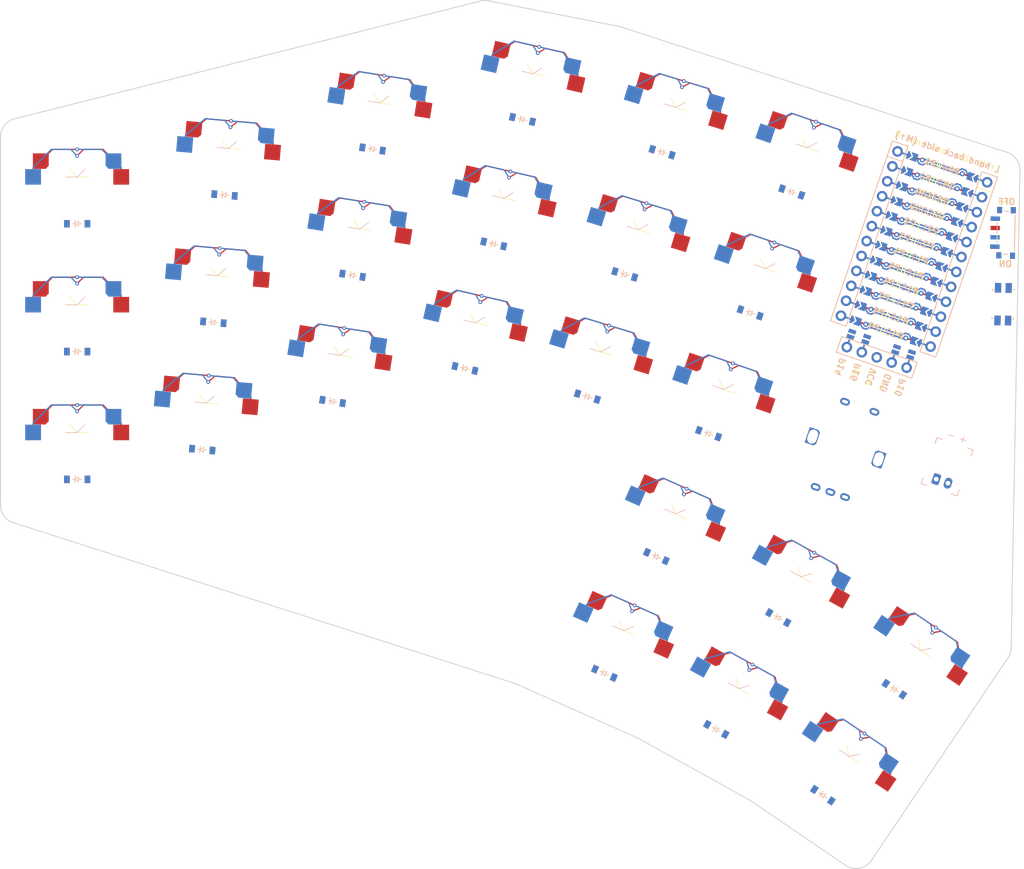
<source format=kicad_pcb>
(kicad_pcb (version 20171130) (host pcbnew 5.1.6)
  (title_block (title "keyboard") (rev "v1.0.0") (company "Unknown"))
  (layers (0 F.Cu signal) (31 B.Cu signal) (34 B.Paste user) (35 F.Paste user) (36 B.SilkS user) (37 F.SilkS user) (38 B.Mask user) (39 F.Mask user) (44 Edge.Cuts user))
  (net 0 "")
  (net 1 "left_bottom")
  (net 2 "P7")
  (net 3 "GND")
  (net 4 "D1")
  (net 5 "D2")
  (net 6 "left_middle")
  (net 7 "left_top")
  (net 8 "pinkie_bottom")
  (net 9 "P6")
  (net 10 "pinkie_middle")
  (net 11 "pinkie_top")
  (net 12 "ring_bottom")
  (net 13 "P5")
  (net 14 "ring_middle")
  (net 15 "ring_top")
  (net 16 "middle_bottom")
  (net 17 "P4")
  (net 18 "middle_middle")
  (net 19 "middle_top")
  (net 20 "index_bottom")
  (net 21 "P3")
  (net 22 "index_middle")
  (net 23 "index_top")
  (net 24 "right_bottom")
  (net 25 "P2")
  (net 26 "right_middle")
  (net 27 "right_top")
  (net 28 "P8")
  (net 29 "P9")
  (net 30 "center_top")
  (net 31 "center_bottom")
  (net 32 "P19")
  (net 33 "P20")
  (net 34 "P21")
  (net 35 "RAW")
  (net 36 "RST")
  (net 37 "VCC")
  (net 38 "P18")
  (net 39 "P15")
  (net 40 "P14")
  (net 41 "P16")
  (net 42 "P10")
  (net 43 "P1")
  (net 44 "P0")
  (net 45 "P101")
  (net 46 "P102")
  (net 47 "P107")
  (net 48 "MCU1_24")
  (net 49 "MCU1_1")
  (net 50 "MCU1_23")
  (net 51 "MCU1_2")
  (net 52 "MCU1_22")
  (net 53 "MCU1_3")
  (net 54 "MCU1_21")
  (net 55 "MCU1_4")
  (net 56 "MCU1_20")
  (net 57 "MCU1_5")
  (net 58 "MCU1_19")
  (net 59 "MCU1_6")
  (net 60 "MCU1_18")
  (net 61 "MCU1_7")
  (net 62 "MCU1_17")
  (net 63 "MCU1_8")
  (net 64 "MCU1_16")
  (net 65 "MCU1_9")
  (net 66 "MCU1_15")
  (net 67 "MCU1_10")
  (net 68 "MCU1_14")
  (net 69 "MCU1_11")
  (net 70 "MCU1_13")
  (net 71 "MCU1_12")
  (net 72 "DISP1_1")
  (net 73 "DISP1_2")
  (net 74 "DISP1_4")
  (net 75 "DISP1_5")
  (net 76 "BAT_P")
  (net 77 "JST1_1")
  (net 78 "JST1_2")
  (footprint "ceoloide:switch_mx" (layer "B.Cu") (at 100 100 0)
    (property "Reference" "S1" hide)
  )
  (segment (start 94.158 94.92) (end 96.037 93.041) (width 0.2) (layer "F.Cu") (net 2))
  (segment (start 96.037 93.041) (end 100 93.041) (width 0.2) (layer "F.Cu") (net 1))
  (via (at 100 93.041) (size 0.6) (drill 0.3) (layers "F.Cu" "B.Cu") (net 1))
  (segment (start 100 93.041) (end 103.963 93.0405) (width 0.2) (layer "B.Cu") (net 1))
  (segment (start 103.963 93.041) (end 105.842 94.92) (width 0.2) (layer "B.Cu") (net 1))
  (segment (start 100 94.07) (end 101.029 93.041) (width 0.2) (layer "F.Cu") (net 2))
  (segment (start 104.166 93.041) (end 107.085 95.96) (width 0.2) (layer "F.Cu") (net 2))
  (segment (start 107.085 95.96) (end 107.085 97.46) (width 0.2) (layer "F.Cu") (net 2))
  (segment (start 101.029 93.041) (end 104.166 93.041) (width 0.2) (layer "F.Cu") (net 2))
  (via (at 100 94.07) (size 0.6) (drill 0.3) (layers "F.Cu" "B.Cu") (net 2))
  (segment (start 95.834 93.041) (end 98.971 93.041) (width 0.2) (layer "B.Cu") (net 2))
  (segment (start 92.915 97.46) (end 92.915 95.96) (width 0.2) (layer "B.Cu") (net 2))
  (segment (start 92.915 95.96) (end 95.834 93.041) (width 0.2) (layer "B.Cu") (net 2))
  (segment (start 98.971 93.041) (end 100 94.07) (width 0.2) (layer "B.Cu") (net 2))
  (footprint "ceoloide:switch_mx" (layer "B.Cu") (at 100 79.45 0)
    (property "Reference" "S2" hide)
  )
  (segment (start 94.158 74.37) (end 96.037 72.491) (width 0.2) (layer "F.Cu") (net 2))
  (segment (start 96.037 72.491) (end 100 72.491) (width 0.2) (layer "F.Cu") (net 6))
  (via (at 100 72.491) (size 0.6) (drill 0.3) (layers "F.Cu" "B.Cu") (net 6))
  (segment (start 100 72.491) (end 103.963 72.4905) (width 0.2) (layer "B.Cu") (net 6))
  (segment (start 103.963 72.491) (end 105.842 74.37) (width 0.2) (layer "B.Cu") (net 6))
  (segment (start 100 73.52000000000001) (end 101.029 72.491) (width 0.2) (layer "F.Cu") (net 2))
  (segment (start 104.166 72.491) (end 107.085 75.41) (width 0.2) (layer "F.Cu") (net 2))
  (segment (start 107.085 75.41) (end 107.085 76.91) (width 0.2) (layer "F.Cu") (net 2))
  (segment (start 101.029 72.491) (end 104.166 72.491) (width 0.2) (layer "F.Cu") (net 2))
  (via (at 100 73.52000000000001) (size 0.6) (drill 0.3) (layers "F.Cu" "B.Cu") (net 2))
  (segment (start 95.834 72.491) (end 98.971 72.491) (width 0.2) (layer "B.Cu") (net 2))
  (segment (start 92.915 76.91) (end 92.915 75.41) (width 0.2) (layer "B.Cu") (net 2))
  (segment (start 92.915 75.41) (end 95.834 72.491) (width 0.2) (layer "B.Cu") (net 2))
  (segment (start 98.971 72.491) (end 100 73.52000000000001) (width 0.2) (layer "B.Cu") (net 2))
  (footprint "ceoloide:switch_mx" (layer "B.Cu") (at 100 58.900000000000006 0)
    (property "Reference" "S3" hide)
  )
  (segment (start 94.158 53.82000000000001) (end 96.037 51.941) (width 0.2) (layer "F.Cu") (net 2))
  (segment (start 96.037 51.941) (end 100 51.941) (width 0.2) (layer "F.Cu") (net 7))
  (via (at 100 51.941) (size 0.6) (drill 0.3) (layers "F.Cu" "B.Cu") (net 7))
  (segment (start 100 51.941) (end 103.963 51.94050000000001) (width 0.2) (layer "B.Cu") (net 7))
  (segment (start 103.963 51.941) (end 105.842 53.82000000000001) (width 0.2) (layer "B.Cu") (net 7))
  (segment (start 100 52.970000000000006) (end 101.029 51.941) (width 0.2) (layer "F.Cu") (net 2))
  (segment (start 104.166 51.941) (end 107.085 54.86000000000001) (width 0.2) (layer "F.Cu") (net 2))
  (segment (start 107.085 54.86000000000001) (end 107.085 56.36000000000001) (width 0.2) (layer "F.Cu") (net 2))
  (segment (start 101.029 51.941) (end 104.166 51.941) (width 0.2) (layer "F.Cu") (net 2))
  (via (at 100 52.970000000000006) (size 0.6) (drill 0.3) (layers "F.Cu" "B.Cu") (net 2))
  (segment (start 95.834 51.941) (end 98.971 51.941) (width 0.2) (layer "B.Cu") (net 2))
  (segment (start 92.915 56.36000000000001) (end 92.915 54.86000000000001) (width 0.2) (layer "B.Cu") (net 2))
  (segment (start 92.915 54.86000000000001) (end 95.834 51.941) (width 0.2) (layer "B.Cu") (net 2))
  (segment (start 98.971 51.941) (end 100 52.970000000000006) (width 0.2) (layer "B.Cu") (net 2))
  (footprint "ceoloide:switch_mx" (layer "B.Cu") (at 120.55 95.2375 -5)
    (property "Reference" "S4" hide)
  )
  (segment (start 115.1729817 89.6676671) (end 117.2085972 87.9595829) (width 0.2) (layer "F.Cu") (net 9))
  (segment (start 117.2085972 87.9595829) (end 121.15651679999999 88.30498109999999) (width 0.2) (layer "F.Cu") (net 8))
  (via (at 121.15651679999999 88.30498109999999) (size 0.6) (drill 0.3) (layers "F.Cu" "B.Cu") (net 8))
  (segment (start 121.15651679999999 88.30498109999999) (end 125.10448 88.6498812) (width 0.2) (layer "B.Cu") (net 8))
  (segment (start 125.1044364 88.6503793) (end 126.8125206 90.6859948) (width 0.2) (layer "B.Cu") (net 8))
  (segment (start 121.0668336 89.3300654) (end 122.1816012 88.3946644) (width 0.2) (layer "F.Cu") (net 9))
  (segment (start 125.3066639 88.6680719) (end 127.9601486 91.8303719) (width 0.2) (layer "F.Cu") (net 9))
  (segment (start 127.9601486 91.8303719) (end 127.829415 93.32466389999999) (width 0.2) (layer "F.Cu") (net 9))
  (segment (start 122.1816012 88.3946644) (end 125.3066639 88.6680719) (width 0.2) (layer "F.Cu") (net 9))
  (via (at 121.0668336 89.3300654) (size 0.6) (drill 0.3) (layers "F.Cu" "B.Cu") (net 9))
  (segment (start 117.0063697 87.9418903) (end 120.1314325 88.2152978) (width 0.2) (layer "B.Cu") (net 9))
  (segment (start 113.7133362 92.08966699999999) (end 113.8440698 90.59537499999999) (width 0.2) (layer "B.Cu") (net 9))
  (segment (start 113.8440698 90.59537499999999) (end 117.0063697 87.9418903) (width 0.2) (layer "B.Cu") (net 9))
  (segment (start 120.1314325 88.2152978) (end 121.0668336 89.3300654) (width 0.2) (layer "B.Cu") (net 9))
  (footprint "ceoloide:switch_mx" (layer "B.Cu") (at 122.3410505 74.765699 -5)
    (property "Reference" "S5" hide)
  )
  (segment (start 116.96403219999999 69.1958661) (end 118.9996477 67.4877819) (width 0.2) (layer "F.Cu") (net 9))
  (segment (start 118.9996477 67.4877819) (end 122.94756729999999 67.83318009999999) (width 0.2) (layer "F.Cu") (net 10))
  (via (at 122.94756729999999 67.83318009999999) (size 0.6) (drill 0.3) (layers "F.Cu" "B.Cu") (net 10))
  (segment (start 122.94756729999999 67.83318009999999) (end 126.89553049999999 68.1780802) (width 0.2) (layer "B.Cu") (net 10))
  (segment (start 126.8954869 68.1785783) (end 128.60357109999998 70.2141938) (width 0.2) (layer "B.Cu") (net 10))
  (segment (start 122.85788409999999 68.8582644) (end 123.9726517 67.9228634) (width 0.2) (layer "F.Cu") (net 9))
  (segment (start 127.0977144 68.1962709) (end 129.7511991 71.3585709) (width 0.2) (layer "F.Cu") (net 9))
  (segment (start 129.7511991 71.3585709) (end 129.6204655 72.85286289999999) (width 0.2) (layer "F.Cu") (net 9))
  (segment (start 123.9726517 67.9228634) (end 127.0977144 68.1962709) (width 0.2) (layer "F.Cu") (net 9))
  (via (at 122.85788409999999 68.8582644) (size 0.6) (drill 0.3) (layers "F.Cu" "B.Cu") (net 9))
  (segment (start 118.79742019999999 67.4700893) (end 121.922483 67.7434968) (width 0.2) (layer "B.Cu") (net 9))
  (segment (start 115.5043867 71.61786599999999) (end 115.6351203 70.12357399999999) (width 0.2) (layer "B.Cu") (net 9))
  (segment (start 115.6351203 70.12357399999999) (end 118.79742019999999 67.4700893) (width 0.2) (layer "B.Cu") (net 9))
  (segment (start 121.922483 67.7434968) (end 122.85788409999999 68.8582644) (width 0.2) (layer "B.Cu") (net 9))
  (footprint "ceoloide:switch_mx" (layer "B.Cu") (at 124.13210099999999 54.293898 -5)
    (property "Reference" "S6" hide)
  )
  (segment (start 118.75508269999999 48.7240651) (end 120.7906982 47.0159809) (width 0.2) (layer "F.Cu") (net 9))
  (segment (start 120.7906982 47.0159809) (end 124.73861779999999 47.3613791) (width 0.2) (layer "F.Cu") (net 11))
  (via (at 124.73861779999999 47.3613791) (size 0.6) (drill 0.3) (layers "F.Cu" "B.Cu") (net 11))
  (segment (start 124.73861779999999 47.3613791) (end 128.686581 47.7062792) (width 0.2) (layer "B.Cu") (net 11))
  (segment (start 128.6865374 47.7067773) (end 130.3946216 49.7423928) (width 0.2) (layer "B.Cu") (net 11))
  (segment (start 124.64893459999999 48.3864634) (end 125.7637022 47.4510624) (width 0.2) (layer "F.Cu") (net 9))
  (segment (start 128.88876489999998 47.7244699) (end 131.5422496 50.8867699) (width 0.2) (layer "F.Cu") (net 9))
  (segment (start 131.5422496 50.8867699) (end 131.411516 52.3810619) (width 0.2) (layer "F.Cu") (net 9))
  (segment (start 125.7637022 47.4510624) (end 128.88876489999998 47.7244699) (width 0.2) (layer "F.Cu") (net 9))
  (via (at 124.64893459999999 48.3864634) (size 0.6) (drill 0.3) (layers "F.Cu" "B.Cu") (net 9))
  (segment (start 120.58847069999999 46.9982883) (end 123.7135335 47.271695799999996) (width 0.2) (layer "B.Cu") (net 9))
  (segment (start 117.2954372 51.146065) (end 117.4261708 49.651773) (width 0.2) (layer "B.Cu") (net 9))
  (segment (start 117.4261708 49.651773) (end 120.58847069999999 46.9982883) (width 0.2) (layer "B.Cu") (net 9))
  (segment (start 123.7135335 47.271695799999996) (end 124.64893459999999 48.3864634) (width 0.2) (layer "B.Cu") (net 9))
  (footprint "ceoloide:switch_mx" (layer "B.Cu") (at 141.8519595 87.539796 -9)
    (property "Reference" "S7" hide)
  )
  (segment (start 136.8765713 81.6084491) (end 139.026378 80.0465231) (width 0.2) (layer "F.Cu") (net 13))
  (segment (start 139.026378 80.0465231) (end 142.9405869 80.6664728) (width 0.2) (layer "F.Cu") (net 12))
  (via (at 142.9405869 80.6664728) (size 0.6) (drill 0.3) (layers "F.Cu" "B.Cu") (net 12))
  (segment (start 142.9405869 80.6664728) (end 146.8548741 81.2859288) (width 0.2) (layer "B.Cu") (net 12))
  (segment (start 146.8547958 81.2864226) (end 148.4167219 83.4362294) (width 0.2) (layer "B.Cu") (net 12))
  (segment (start 142.77961589999998 81.6828041) (end 143.9569182 80.82744389999999) (width 0.2) (layer "F.Cu") (net 13))
  (segment (start 147.0552966 81.3181788) (end 149.4817266 84.65787329999999) (width 0.2) (layer "F.Cu") (net 13))
  (segment (start 149.4817266 84.65787329999999) (end 149.2470749 86.13940579999999) (width 0.2) (layer "F.Cu") (net 13))
  (segment (start 143.9569182 80.82744389999999) (end 147.0552966 81.3181788) (width 0.2) (layer "F.Cu") (net 13))
  (via (at 142.77961589999998 81.6828041) (size 0.6) (drill 0.3) (layers "F.Cu" "B.Cu") (net 13))
  (segment (start 138.8258773 80.0147669) (end 141.92425559999998 80.50550179999999) (width 0.2) (layer "B.Cu") (net 13))
  (segment (start 135.2515311 83.9227294) (end 135.4861828 82.4411969) (width 0.2) (layer "B.Cu") (net 13))
  (segment (start 135.4861828 82.4411969) (end 138.8258773 80.0147669) (width 0.2) (layer "B.Cu") (net 13))
  (segment (start 141.92425559999998 80.50550179999999) (end 142.77961589999998 81.6828041) (width 0.2) (layer "B.Cu") (net 13))
  (footprint "ceoloide:switch_mx" (layer "B.Cu") (at 145.06668779999998 67.2428006 -9)
    (property "Reference" "S8" hide)
  )
  (segment (start 140.09129959999999 61.311453699999994) (end 142.24110629999998 59.749527699999994) (width 0.2) (layer "F.Cu") (net 13))
  (segment (start 142.24110629999998 59.749527699999994) (end 146.1553152 60.369477399999994) (width 0.2) (layer "F.Cu") (net 14))
  (via (at 146.1553152 60.369477399999994) (size 0.6) (drill 0.3) (layers "F.Cu" "B.Cu") (net 14))
  (segment (start 146.1553152 60.369477399999994) (end 150.06960239999998 60.98893339999999) (width 0.2) (layer "B.Cu") (net 14))
  (segment (start 150.0695241 60.989427199999994) (end 151.6314502 63.139233999999995) (width 0.2) (layer "B.Cu") (net 14))
  (segment (start 145.99434419999997 61.3858087) (end 147.17164649999998 60.53044849999999) (width 0.2) (layer "F.Cu") (net 13))
  (segment (start 150.27002489999998 61.0211834) (end 152.6964549 64.36087789999999) (width 0.2) (layer "F.Cu") (net 13))
  (segment (start 152.6964549 64.36087789999999) (end 152.4618032 65.84241039999999) (width 0.2) (layer "F.Cu") (net 13))
  (segment (start 147.17164649999998 60.53044849999999) (end 150.27002489999998 61.0211834) (width 0.2) (layer "F.Cu") (net 13))
  (via (at 145.99434419999997 61.3858087) (size 0.6) (drill 0.3) (layers "F.Cu" "B.Cu") (net 13))
  (segment (start 142.0406056 59.7177715) (end 145.13898389999997 60.2085064) (width 0.2) (layer "B.Cu") (net 13))
  (segment (start 138.46625939999998 63.625733999999994) (end 138.70091109999998 62.144201499999994) (width 0.2) (layer "B.Cu") (net 13))
  (segment (start 138.70091109999998 62.144201499999994) (end 142.0406056 59.7177715) (width 0.2) (layer "B.Cu") (net 13))
  (segment (start 145.13898389999997 60.2085064) (end 145.99434419999997 61.3858087) (width 0.2) (layer "B.Cu") (net 13))
  (footprint "ceoloide:switch_mx" (layer "B.Cu") (at 148.28141609999997 46.945805199999995 -9)
    (property "Reference" "S9" hide)
  )
  (segment (start 143.30602789999998 41.014458299999994) (end 145.45583459999997 39.452532299999994) (width 0.2) (layer "F.Cu") (net 13))
  (segment (start 145.45583459999997 39.452532299999994) (end 149.37004349999998 40.072481999999994) (width 0.2) (layer "F.Cu") (net 15))
  (via (at 149.37004349999998 40.072481999999994) (size 0.6) (drill 0.3) (layers "F.Cu" "B.Cu") (net 15))
  (segment (start 149.37004349999998 40.072481999999994) (end 153.28433069999997 40.69193799999999) (width 0.2) (layer "B.Cu") (net 15))
  (segment (start 153.28425239999999 40.692431799999994) (end 154.84617849999998 42.842238599999995) (width 0.2) (layer "B.Cu") (net 15))
  (segment (start 149.20907249999996 41.0888133) (end 150.38637479999997 40.23345309999999) (width 0.2) (layer "F.Cu") (net 13))
  (segment (start 153.48475319999997 40.724188) (end 155.91118319999998 44.0638825) (width 0.2) (layer "F.Cu") (net 13))
  (segment (start 155.91118319999998 44.0638825) (end 155.67653149999998 45.545415) (width 0.2) (layer "F.Cu") (net 13))
  (segment (start 150.38637479999997 40.23345309999999) (end 153.48475319999997 40.724188) (width 0.2) (layer "F.Cu") (net 13))
  (via (at 149.20907249999996 41.0888133) (size 0.6) (drill 0.3) (layers "F.Cu" "B.Cu") (net 13))
  (segment (start 145.25533389999998 39.4207761) (end 148.35371219999996 39.911511) (width 0.2) (layer "B.Cu") (net 13))
  (segment (start 141.68098769999997 43.328738599999994) (end 141.91563939999998 41.847206099999994) (width 0.2) (layer "B.Cu") (net 13))
  (segment (start 141.91563939999998 41.847206099999994) (end 145.25533389999998 39.4207761) (width 0.2) (layer "B.Cu") (net 13))
  (segment (start 148.35371219999996 39.911511) (end 149.20907249999996 41.0888133) (width 0.2) (layer "B.Cu") (net 13))
  (footprint "ceoloide:switch_mx" (layer "B.Cu") (at 163.4899893 82.287566 -13)
    (property "Reference" "S10" hide)
  )
  (segment (start 158.9404707 76.023602) (end 161.1939951 74.6154437) (width 0.2) (layer "F.Cu") (net 17))
  (segment (start 161.1939951 74.6154437) (end 165.05542369999998 75.5069247) (width 0.2) (layer "F.Cu") (net 16))
  (via (at 165.05542369999998 75.5069247) (size 0.6) (drill 0.3) (layers "F.Cu" "B.Cu") (net 16))
  (segment (start 165.05542369999998 75.5069247) (end 168.9169647 76.3979186) (width 0.2) (layer "B.Cu") (net 16))
  (segment (start 168.9168523 76.3984057) (end 170.32501059999998 78.6519301) (width 0.2) (layer "B.Cu") (net 16))
  (segment (start 164.8239491 76.5095515) (end 166.05805049999998 75.73839939999999) (width 0.2) (layer "F.Cu") (net 17))
  (segment (start 169.1146494 76.44407079999999) (end 171.3022035 79.94488919999999) (width 0.2) (layer "F.Cu") (net 17))
  (segment (start 171.3022035 79.94488919999999) (end 170.9647769 81.4064443) (width 0.2) (layer "F.Cu") (net 17))
  (segment (start 166.05805049999998 75.73839939999999) (end 169.1146494 76.44407079999999) (width 0.2) (layer "F.Cu") (net 17))
  (via (at 164.8239491 76.5095515) (size 0.6) (drill 0.3) (layers "F.Cu" "B.Cu") (net 17))
  (segment (start 160.996198 74.56977859999999) (end 164.0527969 75.2754501) (width 0.2) (layer "B.Cu") (net 17))
  (segment (start 157.1579531 78.2188878) (end 157.4953797 76.75733269999999) (width 0.2) (layer "B.Cu") (net 17))
  (segment (start 157.4953797 76.75733269999999) (end 160.996198 74.56977859999999) (width 0.2) (layer "B.Cu") (net 17))
  (segment (start 164.0527969 75.2754501) (end 164.8239491 76.5095515) (width 0.2) (layer "B.Cu") (net 17))
  (footprint "ceoloide:switch_mx" (layer "B.Cu") (at 168.1127335 62.2642612 -13)
    (property "Reference" "S11" hide)
  )
  (segment (start 163.5632149 56.0002972) (end 165.8167393 54.5921389) (width 0.2) (layer "F.Cu") (net 17))
  (segment (start 165.8167393 54.5921389) (end 169.67816789999998 55.4836199) (width 0.2) (layer "F.Cu") (net 18))
  (via (at 169.67816789999998 55.4836199) (size 0.6) (drill 0.3) (layers "F.Cu" "B.Cu") (net 18))
  (segment (start 169.67816789999998 55.4836199) (end 173.5397089 56.3746138) (width 0.2) (layer "B.Cu") (net 18))
  (segment (start 173.5395965 56.3751009) (end 174.94775479999998 58.6286253) (width 0.2) (layer "B.Cu") (net 18))
  (segment (start 169.4466933 56.4862467) (end 170.68079469999998 55.7150946) (width 0.2) (layer "F.Cu") (net 17))
  (segment (start 173.7373936 56.420766) (end 175.9249477 59.9215844) (width 0.2) (layer "F.Cu") (net 17))
  (segment (start 175.9249477 59.9215844) (end 175.5875211 61.3831395) (width 0.2) (layer "F.Cu") (net 17))
  (segment (start 170.68079469999998 55.7150946) (end 173.7373936 56.420766) (width 0.2) (layer "F.Cu") (net 17))
  (via (at 169.4466933 56.4862467) (size 0.6) (drill 0.3) (layers "F.Cu" "B.Cu") (net 17))
  (segment (start 165.6189422 54.5464738) (end 168.6755411 55.2521453) (width 0.2) (layer "B.Cu") (net 17))
  (segment (start 161.78069729999999 58.195583) (end 162.1181239 56.7340279) (width 0.2) (layer "B.Cu") (net 17))
  (segment (start 162.1181239 56.7340279) (end 165.6189422 54.5464738) (width 0.2) (layer "B.Cu") (net 17))
  (segment (start 168.6755411 55.2521453) (end 169.4466933 56.4862467) (width 0.2) (layer "B.Cu") (net 17))
  (footprint "ceoloide:switch_mx" (layer "B.Cu") (at 172.7354777 42.2409564 -13)
    (property "Reference" "S12" hide)
  )
  (segment (start 168.1859591 35.9769924) (end 170.4394835 34.568834100000004) (width 0.2) (layer "F.Cu") (net 17))
  (segment (start 170.4394835 34.568834100000004) (end 174.30091209999998 35.4603151) (width 0.2) (layer "F.Cu") (net 19))
  (via (at 174.30091209999998 35.4603151) (size 0.6) (drill 0.3) (layers "F.Cu" "B.Cu") (net 19))
  (segment (start 174.30091209999998 35.4603151) (end 178.1624531 36.351309) (width 0.2) (layer "B.Cu") (net 19))
  (segment (start 178.1623407 36.3517961) (end 179.57049899999998 38.605320500000005) (width 0.2) (layer "B.Cu") (net 19))
  (segment (start 174.0694375 36.462941900000004) (end 175.30353889999998 35.6917898) (width 0.2) (layer "F.Cu") (net 17))
  (segment (start 178.3601378 36.3974612) (end 180.5476919 39.8982796) (width 0.2) (layer "F.Cu") (net 17))
  (segment (start 180.5476919 39.8982796) (end 180.2102653 41.3598347) (width 0.2) (layer "F.Cu") (net 17))
  (segment (start 175.30353889999998 35.6917898) (end 178.3601378 36.3974612) (width 0.2) (layer "F.Cu") (net 17))
  (via (at 174.0694375 36.462941900000004) (size 0.6) (drill 0.3) (layers "F.Cu" "B.Cu") (net 17))
  (segment (start 170.2416864 34.523169) (end 173.2982853 35.228840500000004) (width 0.2) (layer "B.Cu") (net 17))
  (segment (start 166.40344149999999 38.1722782) (end 166.7408681 36.7107231) (width 0.2) (layer "B.Cu") (net 17))
  (segment (start 166.7408681 36.7107231) (end 170.2416864 34.523169) (width 0.2) (layer "B.Cu") (net 17))
  (segment (start 173.2982853 35.228840500000004) (end 174.0694375 36.462941900000004) (width 0.2) (layer "B.Cu") (net 17))
  (footprint "ceoloide:switch_mx" (layer "B.Cu") (at 183.5132942 86.9103101 -17)
    (property "Reference" "S13" hide)
  )
  (segment (start 179.4118101 80.3442464) (end 181.7580731 79.0967162) (width 0.2) (layer "F.Cu") (net 21))
  (segment (start 181.7580731 79.0967162) (end 185.54790889999998 80.2553853) (width 0.2) (layer "F.Cu") (net 20))
  (via (at 185.54790889999998 80.2553853) (size 0.6) (drill 0.3) (layers "F.Cu" "B.Cu") (net 20))
  (segment (start 185.54790889999998 80.2553853) (end 189.3378908 81.41357620000001) (width 0.2) (layer "B.Cu") (net 20))
  (segment (start 189.33774459999998 81.4140544) (end 190.58527479999998 83.7603174) (width 0.2) (layer "B.Cu") (net 20))
  (segment (start 185.2470584 81.23942290000001) (end 186.5319465 80.55623580000001) (width 0.2) (layer "F.Cu") (net 21))
  (segment (start 189.5318745 81.47340580000001) (end 191.4698951 85.1182924) (width 0.2) (layer "F.Cu") (net 21))
  (segment (start 191.4698951 85.1182924) (end 191.03133749999998 86.5527495) (width 0.2) (layer "F.Cu") (net 21))
  (segment (start 186.5319465 80.55623580000001) (end 189.5318745 81.47340580000001) (width 0.2) (layer "F.Cu") (net 21))
  (via (at 185.2470584 81.23942290000001) (size 0.6) (drill 0.3) (layers "F.Cu" "B.Cu") (net 21))
  (segment (start 181.56394329999998 79.0373648) (end 184.5638713 79.9545348) (width 0.2) (layer "B.Cu") (net 21))
  (segment (start 177.4804991 82.4098425) (end 177.9190567 80.97538540000001) (width 0.2) (layer "B.Cu") (net 21))
  (segment (start 177.9190567 80.97538540000001) (end 181.56394329999998 79.0373648) (width 0.2) (layer "B.Cu") (net 21))
  (segment (start 184.5638713 79.9545348) (end 185.2470584 81.23942290000001) (width 0.2) (layer "B.Cu") (net 21))
  (footprint "ceoloide:switch_mx" (layer "B.Cu") (at 189.5215327 67.2582474 -17)
    (property "Reference" "S14" hide)
  )
  (segment (start 185.4200486 60.6921837) (end 187.7663116 59.4446535) (width 0.2) (layer "F.Cu") (net 21))
  (segment (start 187.7663116 59.4446535) (end 191.5561474 60.6033226) (width 0.2) (layer "F.Cu") (net 22))
  (via (at 191.5561474 60.6033226) (size 0.6) (drill 0.3) (layers "F.Cu" "B.Cu") (net 22))
  (segment (start 191.5561474 60.6033226) (end 195.3461293 61.7615135) (width 0.2) (layer "B.Cu") (net 22))
  (segment (start 195.34598309999998 61.7619917) (end 196.59351329999998 64.1082547) (width 0.2) (layer "B.Cu") (net 22))
  (segment (start 191.2552969 61.5873602) (end 192.540185 60.9041731) (width 0.2) (layer "F.Cu") (net 21))
  (segment (start 195.540113 61.8213431) (end 197.4781336 65.4662297) (width 0.2) (layer "F.Cu") (net 21))
  (segment (start 197.4781336 65.4662297) (end 197.03957599999998 66.9006868) (width 0.2) (layer "F.Cu") (net 21))
  (segment (start 192.540185 60.9041731) (end 195.540113 61.8213431) (width 0.2) (layer "F.Cu") (net 21))
  (via (at 191.2552969 61.5873602) (size 0.6) (drill 0.3) (layers "F.Cu" "B.Cu") (net 21))
  (segment (start 187.57218179999998 59.385302100000004) (end 190.5721098 60.3024721) (width 0.2) (layer "B.Cu") (net 21))
  (segment (start 183.4887376 62.7577798) (end 183.9272952 61.323322700000006) (width 0.2) (layer "B.Cu") (net 21))
  (segment (start 183.9272952 61.323322700000006) (end 187.57218179999998 59.385302100000004) (width 0.2) (layer "B.Cu") (net 21))
  (segment (start 190.5721098 60.3024721) (end 191.2552969 61.5873602) (width 0.2) (layer "B.Cu") (net 21))
  (footprint "ceoloide:switch_mx" (layer "B.Cu") (at 195.5297712 47.6061847 -17)
    (property "Reference" "S15" hide)
  )
  (segment (start 191.4282871 41.040121) (end 193.7745501 39.7925908) (width 0.2) (layer "F.Cu") (net 21))
  (segment (start 193.7745501 39.7925908) (end 197.5643859 40.9512599) (width 0.2) (layer "F.Cu") (net 23))
  (via (at 197.5643859 40.9512599) (size 0.6) (drill 0.3) (layers "F.Cu" "B.Cu") (net 23))
  (segment (start 197.5643859 40.9512599) (end 201.3543678 42.1094508) (width 0.2) (layer "B.Cu") (net 23))
  (segment (start 201.3542216 42.109929) (end 202.6017518 44.456192) (width 0.2) (layer "B.Cu") (net 23))
  (segment (start 197.2635354 41.9352975) (end 198.5484235 41.2521104) (width 0.2) (layer "F.Cu") (net 21))
  (segment (start 201.5483515 42.1692804) (end 203.4863721 45.814167) (width 0.2) (layer "F.Cu") (net 21))
  (segment (start 203.4863721 45.814167) (end 203.0478145 47.2486241) (width 0.2) (layer "F.Cu") (net 21))
  (segment (start 198.5484235 41.2521104) (end 201.5483515 42.1692804) (width 0.2) (layer "F.Cu") (net 21))
  (via (at 197.2635354 41.9352975) (size 0.6) (drill 0.3) (layers "F.Cu" "B.Cu") (net 21))
  (segment (start 193.5804203 39.7332394) (end 196.5803483 40.6504094) (width 0.2) (layer "B.Cu") (net 21))
  (segment (start 189.4969761 43.1057171) (end 189.9355337 41.671260000000004) (width 0.2) (layer "B.Cu") (net 21))
  (segment (start 189.9355337 41.671260000000004) (end 193.5804203 39.7332394) (width 0.2) (layer "B.Cu") (net 21))
  (segment (start 196.5803483 40.6504094) (end 197.2635354 41.9352975) (width 0.2) (layer "B.Cu") (net 21))
  (footprint "ceoloide:switch_mx" (layer "B.Cu") (at 203.16535689999998 92.9185487 -19)
    (property "Reference" "S16" hide)
  )
  (segment (start 199.29552359999997 86.2133452) (end 201.68389559999997 85.04845830000001) (width 0.2) (layer "F.Cu") (net 25))
  (segment (start 201.68389559999997 85.04845830000001) (end 205.43098569999998 86.3386849) (width 0.2) (layer "F.Cu") (net 24))
  (via (at 205.43098569999998 86.3386849) (size 0.6) (drill 0.3) (layers "F.Cu" "B.Cu") (net 24))
  (segment (start 205.43098569999998 86.3386849) (end 209.1782386 87.6284388) (width 0.2) (layer "B.Cu") (net 24))
  (segment (start 209.1780758 87.6289115) (end 210.34296259999996 90.0172835) (width 0.2) (layer "B.Cu") (net 24))
  (segment (start 205.09597609999997 87.3116235) (end 206.40392429999997 86.6736946) (width 0.2) (layer "F.Cu") (net 25))
  (segment (start 209.3700161 87.69500190000001) (end 211.17965139999998 91.405304) (width 0.2) (layer "F.Cu") (net 25))
  (segment (start 211.17965139999998 91.405304) (end 210.69129909999998 92.82358190000001) (width 0.2) (layer "F.Cu") (net 25))
  (segment (start 206.40392429999997 86.6736946) (end 209.3700161 87.69500190000001) (width 0.2) (layer "F.Cu") (net 25))
  (via (at 205.09597609999997 87.3116235) (size 0.6) (drill 0.3) (layers "F.Cu" "B.Cu") (net 25))
  (segment (start 201.49195529999997 84.98236800000001) (end 204.4580471 86.0036753) (width 0.2) (layer "B.Cu") (net 25))
  (segment (start 197.2933009 88.2102811) (end 197.78165309999997 86.7920033) (width 0.2) (layer "B.Cu") (net 25))
  (segment (start 197.78165309999997 86.7920033) (end 201.49195529999997 84.98236800000001) (width 0.2) (layer "B.Cu") (net 25))
  (segment (start 204.4580471 86.0036753) (end 205.09597609999997 87.3116235) (width 0.2) (layer "B.Cu") (net 25))
  (footprint "ceoloide:switch_mx" (layer "B.Cu") (at 209.85578249999998 73.48814200000001 -19)
    (property "Reference" "S17" hide)
  )
  (segment (start 205.98594919999996 66.78293850000001) (end 208.37432119999997 65.61805160000002) (width 0.2) (layer "F.Cu") (net 25))
  (segment (start 208.37432119999997 65.61805160000002) (end 212.12141129999998 66.90827820000001) (width 0.2) (layer "F.Cu") (net 26))
  (via (at 212.12141129999998 66.90827820000001) (size 0.6) (drill 0.3) (layers "F.Cu" "B.Cu") (net 26))
  (segment (start 212.12141129999998 66.90827820000001) (end 215.86866419999998 68.1980321) (width 0.2) (layer "B.Cu") (net 26))
  (segment (start 215.86850139999999 68.19850480000001) (end 217.03338819999996 70.58687680000001) (width 0.2) (layer "B.Cu") (net 26))
  (segment (start 211.78640169999997 67.8812168) (end 213.09434989999997 67.24328790000001) (width 0.2) (layer "F.Cu") (net 25))
  (segment (start 216.06044169999998 68.26459520000002) (end 217.87007699999998 71.97489730000001) (width 0.2) (layer "F.Cu") (net 25))
  (segment (start 217.87007699999998 71.97489730000001) (end 217.38172469999998 73.39317520000002) (width 0.2) (layer "F.Cu") (net 25))
  (segment (start 213.09434989999997 67.24328790000001) (end 216.06044169999998 68.26459520000002) (width 0.2) (layer "F.Cu") (net 25))
  (via (at 211.78640169999997 67.8812168) (size 0.6) (drill 0.3) (layers "F.Cu" "B.Cu") (net 25))
  (segment (start 208.18238089999997 65.55196130000002) (end 211.14847269999999 66.5732686) (width 0.2) (layer "B.Cu") (net 25))
  (segment (start 203.9837265 68.77987440000001) (end 204.47207869999997 67.36159660000001) (width 0.2) (layer "B.Cu") (net 25))
  (segment (start 204.47207869999997 67.36159660000001) (end 208.18238089999997 65.55196130000002) (width 0.2) (layer "B.Cu") (net 25))
  (segment (start 211.14847269999999 66.5732686) (end 211.78640169999997 67.8812168) (width 0.2) (layer "B.Cu") (net 25))
  (footprint "ceoloide:switch_mx" (layer "B.Cu") (at 216.54620809999997 54.05773530000001 -19)
    (property "Reference" "S18" hide)
  )
  (segment (start 212.67637479999996 47.35253180000001) (end 215.06474679999997 46.18764490000001) (width 0.2) (layer "F.Cu") (net 25))
  (segment (start 215.06474679999997 46.18764490000001) (end 218.81183689999997 47.47787150000001) (width 0.2) (layer "F.Cu") (net 27))
  (via (at 218.81183689999997 47.47787150000001) (size 0.6) (drill 0.3) (layers "F.Cu" "B.Cu") (net 27))
  (segment (start 218.81183689999997 47.47787150000001) (end 222.55908979999998 48.767625400000014) (width 0.2) (layer "B.Cu") (net 27))
  (segment (start 222.55892699999998 48.76809810000001) (end 223.72381379999996 51.156470100000014) (width 0.2) (layer "B.Cu") (net 27))
  (segment (start 218.47682729999997 48.45081010000001) (end 219.78477549999997 47.812881200000014) (width 0.2) (layer "F.Cu") (net 25))
  (segment (start 222.75086729999998 48.83418850000001) (end 224.56050259999998 52.54449060000001) (width 0.2) (layer "F.Cu") (net 25))
  (segment (start 224.56050259999998 52.54449060000001) (end 224.07215029999998 53.96276850000001) (width 0.2) (layer "F.Cu") (net 25))
  (segment (start 219.78477549999997 47.812881200000014) (end 222.75086729999998 48.83418850000001) (width 0.2) (layer "F.Cu") (net 25))
  (via (at 218.47682729999997 48.45081010000001) (size 0.6) (drill 0.3) (layers "F.Cu" "B.Cu") (net 25))
  (segment (start 214.87280649999997 46.12155460000001) (end 217.83889829999998 47.142861900000014) (width 0.2) (layer "B.Cu") (net 25))
  (segment (start 210.6741521 49.34946770000001) (end 211.16250429999997 47.931189900000014) (width 0.2) (layer "B.Cu") (net 25))
  (segment (start 211.16250429999997 47.931189900000014) (end 214.87280649999997 46.12155460000001) (width 0.2) (layer "B.Cu") (net 25))
  (segment (start 217.83889829999998 47.142861900000014) (end 218.47682729999997 48.45081010000001) (width 0.2) (layer "B.Cu") (net 25))
  (footprint "ceoloide:switch_mx" (layer "B.Cu") (at 186.81897619999998 131.6149212 -24)
    (property "Reference" "S19" hide)
  )
  (segment (start 183.54826579999997 124.5979548) (end 186.02907589999998 123.645661) (width 0.2) (layer "F.Cu") (net 28))
  (segment (start 186.02907589999998 123.645661) (end 189.64945649999999 125.2575584) (width 0.2) (layer "F.Cu") (net 7))
  (via (at 189.64945649999999 125.2575584) (size 0.6) (drill 0.3) (layers "F.Cu" "B.Cu") (net 7))
  (segment (start 189.64945649999999 125.2575584) (end 193.2700405 126.8689989) (width 0.2) (layer "B.Cu") (net 7))
  (segment (start 193.2698371 126.8694557) (end 194.22213089999997 129.3502657) (width 0.2) (layer "B.Cu") (net 7))
  (segment (start 189.2309245 126.1975966) (end 190.58949479999998 125.67609039999999) (width 0.2) (layer "F.Cu") (net 28))
  (segment (start 193.45528689999998 126.9520232) (end 194.9346618 130.8059267) (width 0.2) (layer "F.Cu") (net 28))
  (segment (start 194.9346618 130.8059267) (end 194.32455679999998 132.1762449) (width 0.2) (layer "F.Cu") (net 28))
  (segment (start 190.58949479999998 125.67609039999999) (end 193.45528689999998 126.9520232) (width 0.2) (layer "F.Cu") (net 28))
  (via (at 189.2309245 126.1975966) (size 0.6) (drill 0.3) (layers "F.Cu" "B.Cu") (net 28))
  (segment (start 185.8436261 123.5630935) (end 188.7094182 124.8390264) (width 0.2) (layer "B.Cu") (net 28))
  (segment (start 181.37961769999998 126.4127866) (end 181.9897227 125.0424684) (width 0.2) (layer "B.Cu") (net 28))
  (segment (start 181.9897227 125.0424684) (end 185.8436261 123.5630935) (width 0.2) (layer "B.Cu") (net 28))
  (segment (start 188.7094182 124.8390264) (end 189.2309245 126.1975966) (width 0.2) (layer "B.Cu") (net 28))
  (footprint "ceoloide:switch_mx" (layer "B.Cu") (at 195.1774142 112.841562 -24)
    (property "Reference" "S20" hide)
  )
  (segment (start 191.90670379999997 105.8245956) (end 194.3875139 104.8723018) (width 0.2) (layer "F.Cu") (net 29))
  (segment (start 194.3875139 104.8723018) (end 198.0078945 106.48419919999999) (width 0.2) (layer "F.Cu") (net 1))
  (via (at 198.0078945 106.48419919999999) (size 0.6) (drill 0.3) (layers "F.Cu" "B.Cu") (net 1))
  (segment (start 198.0078945 106.48419919999999) (end 201.6284785 108.09563969999999) (width 0.2) (layer "B.Cu") (net 1))
  (segment (start 201.6282751 108.0960965) (end 202.58056889999997 110.57690649999999) (width 0.2) (layer "B.Cu") (net 1))
  (segment (start 197.5893625 107.4242374) (end 198.9479328 106.90273119999999) (width 0.2) (layer "F.Cu") (net 29))
  (segment (start 201.81372489999998 108.178664) (end 203.2930998 112.0325675) (width 0.2) (layer "F.Cu") (net 29))
  (segment (start 203.2930998 112.0325675) (end 202.6829948 113.4028857) (width 0.2) (layer "F.Cu") (net 29))
  (segment (start 198.9479328 106.90273119999999) (end 201.81372489999998 108.178664) (width 0.2) (layer "F.Cu") (net 29))
  (via (at 197.5893625 107.4242374) (size 0.6) (drill 0.3) (layers "F.Cu" "B.Cu") (net 29))
  (segment (start 194.20206409999997 104.78973429999999) (end 197.0678562 106.0656672) (width 0.2) (layer "B.Cu") (net 29))
  (segment (start 189.7380557 107.6394274) (end 190.3481607 106.2691092) (width 0.2) (layer "B.Cu") (net 29))
  (segment (start 190.3481607 106.2691092) (end 194.20206409999997 104.78973429999999) (width 0.2) (layer "B.Cu") (net 29))
  (segment (start 197.0678562 106.0656672) (end 197.5893625 107.4242374) (width 0.2) (layer "B.Cu") (net 29))
  (footprint "ceoloide:switch_mx" (layer "B.Cu") (at 205.20491869999998 140.8435113 -29)
    (property "Reference" "S21" hide)
  )
  (segment (start 202.5582232 133.56818539999998) (end 205.1125909 132.8357322) (width 0.2) (layer "F.Cu") (net 28))
  (segment (start 205.1125909 132.8357322) (end 208.5787088 134.7570328) (width 0.2) (layer "F.Cu") (net 30))
  (via (at 208.5787088 134.7570328) (size 0.6) (drill 0.3) (layers "F.Cu" "B.Cu") (net 30))
  (segment (start 208.5787088 134.7570328) (end 212.04506919999997 136.67789599999998) (width 0.2) (layer "B.Cu") (net 30))
  (segment (start 212.0448267 136.6783333) (end 212.77727989999997 139.232701) (width 0.2) (layer "B.Cu") (net 30))
  (segment (start 208.07983969999998 135.65701639999997) (end 209.47869249999997 135.2559019) (width 0.2) (layer "F.Cu") (net 28))
  (segment (start 212.22237449999997 136.7767496) (end 213.3602302 140.74492379999998) (width 0.2) (layer "F.Cu") (net 28))
  (segment (start 213.3602302 140.74492379999998) (end 212.63301579999998 142.0568534) (width 0.2) (layer "F.Cu") (net 28))
  (segment (start 209.47869249999997 135.2559019) (end 212.22237449999997 136.7767496) (width 0.2) (layer "F.Cu") (net 28))
  (via (at 208.07983969999998 135.65701639999997) (size 0.6) (drill 0.3) (layers "F.Cu" "B.Cu") (net 28))
  (segment (start 204.93504309999997 132.7373159) (end 207.67872519999997 134.25816369999998) (width 0.2) (layer "B.Cu") (net 28))
  (segment (start 200.23965449999997 135.18710109999998) (end 200.96686889999998 133.8751715) (width 0.2) (layer "B.Cu") (net 28))
  (segment (start 200.96686889999998 133.8751715) (end 204.93504309999997 132.7373159) (width 0.2) (layer "B.Cu") (net 28))
  (segment (start 207.67872519999997 134.25816369999998) (end 208.07983969999998 135.65701639999997) (width 0.2) (layer "B.Cu") (net 28))
  (footprint "ceoloide:switch_mx" (layer "B.Cu") (at 215.16775639999997 122.8700763 -29)
    (property "Reference" "S22" hide)
  )
  (segment (start 212.52106089999998 115.5947504) (end 215.07542859999998 114.8622972) (width 0.2) (layer "F.Cu") (net 29))
  (segment (start 215.07542859999998 114.8622972) (end 218.54154649999998 116.7835978) (width 0.2) (layer "F.Cu") (net 31))
  (via (at 218.54154649999998 116.7835978) (size 0.6) (drill 0.3) (layers "F.Cu" "B.Cu") (net 31))
  (segment (start 218.54154649999998 116.7835978) (end 222.00790689999997 118.704461) (width 0.2) (layer "B.Cu") (net 31))
  (segment (start 222.00766439999998 118.7048983) (end 222.74011759999996 121.259266) (width 0.2) (layer "B.Cu") (net 31))
  (segment (start 218.04267739999997 117.6835814) (end 219.44153019999996 117.28246689999999) (width 0.2) (layer "F.Cu") (net 29))
  (segment (start 222.18521219999997 118.8033146) (end 223.32306789999998 122.7714888) (width 0.2) (layer "F.Cu") (net 29))
  (segment (start 223.32306789999998 122.7714888) (end 222.59585349999998 124.0834184) (width 0.2) (layer "F.Cu") (net 29))
  (segment (start 219.44153019999996 117.28246689999999) (end 222.18521219999997 118.8033146) (width 0.2) (layer "F.Cu") (net 29))
  (via (at 218.04267739999997 117.6835814) (size 0.6) (drill 0.3) (layers "F.Cu" "B.Cu") (net 29))
  (segment (start 214.89788079999997 114.76388089999999) (end 217.64156289999997 116.28472869999999) (width 0.2) (layer "B.Cu") (net 29))
  (segment (start 210.20249219999997 117.2136661) (end 210.92970659999997 115.9017365) (width 0.2) (layer "B.Cu") (net 29))
  (segment (start 210.92970659999997 115.9017365) (end 214.89788079999997 114.76388089999999) (width 0.2) (layer "B.Cu") (net 29))
  (segment (start 217.64156289999997 116.28472869999999) (end 218.04267739999997 117.6835814) (width 0.2) (layer "B.Cu") (net 29))
  (footprint "ceoloide:switch_mx" (layer "B.Cu") (at 222.71657249999998 151.63942419999998 -34)
    (property "Reference" "S23" hide)
  )
  (segment (start 220.714035 144.1611084) (end 223.32252 143.65407029999997) (width 0.2) (layer "F.Cu") (net 28))
  (segment (start 223.32252 143.65407029999997) (end 226.6079959 145.87015169999998) (width 0.2) (layer "F.Cu") (net 27))
  (via (at 226.6079959 145.87015169999998) (size 0.6) (drill 0.3) (layers "F.Cu" "B.Cu") (net 27))
  (segment (start 226.6079959 145.87015169999998) (end 229.89375139999999 148.08581869999998) (width 0.2) (layer "B.Cu") (net 27))
  (segment (start 229.8934718 148.08623319999998) (end 230.40050989999997 150.69471829999998) (width 0.2) (layer "B.Cu") (net 27))
  (segment (start 226.03258639999999 146.72323139999997) (end 227.4610756 146.4455612) (width 0.2) (layer "F.Cu") (net 28))
  (segment (start 230.06176639999998 148.19974939999997) (end 230.84944299999998 152.2519941) (width 0.2) (layer "F.Cu") (net 28))
  (segment (start 230.84944299999998 152.2519941) (end 230.01065369999998 153.49555049999998) (width 0.2) (layer "F.Cu") (net 28))
  (segment (start 227.4610756 146.4455612) (end 230.06176639999998 148.19974939999997) (width 0.2) (layer "F.Cu") (net 28))
  (via (at 226.03258639999999 146.72323139999997) (size 0.6) (drill 0.3) (layers "F.Cu" "B.Cu") (net 28))
  (segment (start 223.15422539999997 143.54055409999998) (end 225.7549163 145.29474219999997) (width 0.2) (layer "B.Cu") (net 28))
  (segment (start 218.2631913 145.57178699999997) (end 219.1019806 144.32823069999998) (width 0.2) (layer "B.Cu") (net 28))
  (segment (start 219.1019806 144.32823069999998) (end 223.15422539999997 143.54055409999998) (width 0.2) (layer "B.Cu") (net 28))
  (segment (start 225.7549163 145.29474219999997) (end 226.03258639999999 146.72323139999997) (width 0.2) (layer "B.Cu") (net 28))
  (footprint "ceoloide:switch_mx" (layer "B.Cu") (at 234.2079867 134.6027021 -34)
    (property "Reference" "S24" hide)
  )
  (segment (start 232.2054492 127.12438629999998) (end 234.8139342 126.61734819999998) (width 0.2) (layer "F.Cu") (net 29))
  (segment (start 234.8139342 126.61734819999998) (end 238.0994101 128.8334296) (width 0.2) (layer "F.Cu") (net 24))
  (via (at 238.0994101 128.8334296) (size 0.6) (drill 0.3) (layers "F.Cu" "B.Cu") (net 24))
  (segment (start 238.0994101 128.8334296) (end 241.3851656 131.04909659999998) (width 0.2) (layer "B.Cu") (net 24))
  (segment (start 241.384886 131.0495111) (end 241.89192409999998 133.65799619999999) (width 0.2) (layer "B.Cu") (net 24))
  (segment (start 237.5240006 129.68650929999998) (end 238.9524898 129.4088391) (width 0.2) (layer "F.Cu") (net 29))
  (segment (start 241.5531806 131.16302729999998) (end 242.3408572 135.215272) (width 0.2) (layer "F.Cu") (net 29))
  (segment (start 242.3408572 135.215272) (end 241.5020679 136.4588284) (width 0.2) (layer "F.Cu") (net 29))
  (segment (start 238.9524898 129.4088391) (end 241.5531806 131.16302729999998) (width 0.2) (layer "F.Cu") (net 29))
  (via (at 237.5240006 129.68650929999998) (size 0.6) (drill 0.3) (layers "F.Cu" "B.Cu") (net 29))
  (segment (start 234.64563959999998 126.50383199999999) (end 237.2463305 128.25802009999998) (width 0.2) (layer "B.Cu") (net 29))
  (segment (start 229.7546055 128.53506489999998) (end 230.5933948 127.29150859999999) (width 0.2) (layer "B.Cu") (net 29))
  (segment (start 230.5933948 127.29150859999999) (end 234.64563959999998 126.50383199999999) (width 0.2) (layer "B.Cu") (net 29))
  (segment (start 237.2463305 128.25802009999998) (end 237.5240006 129.68650929999998) (width 0.2) (layer "B.Cu") (net 29))
  (footprint "ceoloide:diode_tht_sod123" (layer "F.Cu") (at 100 105 0)
    (property "Reference" "D1" hide)
  )
  (footprint "ceoloide:diode_tht_sod123" (layer "F.Cu") (at 100 84.45 0)
    (property "Reference" "D2" hide)
  )
  (footprint "ceoloide:diode_tht_sod123" (layer "F.Cu") (at 100 63.900000000000006 0)
    (property "Reference" "D3" hide)
  )
  (footprint "ceoloide:diode_tht_sod123" (layer "F.Cu") (at 120.1142213 100.2184735 -5)
    (property "Reference" "D4" hide)
  )
  (footprint "ceoloide:diode_tht_sod123" (layer "F.Cu") (at 121.9052718 79.7466725 -5)
    (property "Reference" "D5" hide)
  )
  (footprint "ceoloide:diode_tht_sod123" (layer "F.Cu") (at 123.69632229999999 59.274871499999996 -5)
    (property "Reference" "D6" hide)
  )
  (footprint "ceoloide:diode_tht_sod123" (layer "F.Cu") (at 141.06978719999998 92.4782377 -9)
    (property "Reference" "D7" hide)
  )
  (footprint "ceoloide:diode_tht_sod123" (layer "F.Cu") (at 144.28451549999997 72.1812423 -9)
    (property "Reference" "D8" hide)
  )
  (footprint "ceoloide:diode_tht_sod123" (layer "F.Cu") (at 147.49924379999996 51.884246899999994 -9)
    (property "Reference" "D9" hide)
  )
  (footprint "ceoloide:diode_tht_sod123" (layer "F.Cu") (at 162.365234 87.1594163 -13)
    (property "Reference" "D10" hide)
  )
  (footprint "ceoloide:diode_tht_sod123" (layer "F.Cu") (at 166.9879782 67.1361115 -13)
    (property "Reference" "D11" hide)
  )
  (footprint "ceoloide:diode_tht_sod123" (layer "F.Cu") (at 171.6107224 47.1128067 -13)
    (property "Reference" "D12" hide)
  )
  (footprint "ceoloide:diode_tht_sod123" (layer "F.Cu") (at 182.05143569999998 91.6918339 -17)
    (property "Reference" "D13" hide)
  )
  (footprint "ceoloide:diode_tht_sod123" (layer "F.Cu") (at 188.0596742 72.0397712 -17)
    (property "Reference" "D14" hide)
  )
  (footprint "ceoloide:diode_tht_sod123" (layer "F.Cu") (at 194.0679127 52.3877085 -17)
    (property "Reference" "D15" hide)
  )
  (footprint "ceoloide:diode_tht_sod123" (layer "F.Cu") (at 201.53751609999998 97.6461416 -19)
    (property "Reference" "D16" hide)
  )
  (footprint "ceoloide:diode_tht_sod123" (layer "F.Cu") (at 208.22794169999997 78.21573490000002 -19)
    (property "Reference" "D17" hide)
  )
  (footprint "ceoloide:diode_tht_sod123" (layer "F.Cu") (at 214.91836729999997 58.78532820000001 -19)
    (property "Reference" "D18" hide)
  )
  (footprint "ceoloide:diode_tht_sod123" (layer "F.Cu") (at 184.78529299999997 136.1826485 -24)
    (property "Reference" "D19" hide)
  )
  (footprint "ceoloide:diode_tht_sod123" (layer "F.Cu") (at 193.14373099999997 117.4092893 -24)
    (property "Reference" "D20" hide)
  )
  (footprint "ceoloide:diode_tht_sod123" (layer "F.Cu") (at 202.7808706 145.2166098 -29)
    (property "Reference" "D21" hide)
  )
  (footprint "ceoloide:diode_tht_sod123" (layer "F.Cu") (at 212.74370829999998 127.24317479999999 -29)
    (property "Reference" "D22" hide)
  )
  (footprint "ceoloide:diode_tht_sod123" (layer "F.Cu") (at 219.920608 155.78461209999998 -34)
    (property "Reference" "D23" hide)
  )
  (footprint "ceoloide:diode_tht_sod123" (layer "F.Cu") (at 231.4120222 138.74788999999998 -34)
    (property "Reference" "D24" hide)
  )
  (footprint "ceoloide:mcu_nice_nano" (layer "F.Cu") (at 234.99472619999997 66.7557936 -19)
    (property "Reference" "MCU1" hide)
  )
  (segment (start 243.64429299999998 56.30229560000001) (end 242.34420489999997 55.8546394) (width 0.25) (layer "F.Cu"))
  (segment (start 234.61459059999999 53.193119800000005) (end 235.91467859999997 53.640776) (width 0.25) (layer "F.Cu"))
  (segment (start 231.92459019999998 52.2668784) (end 233.92908959999997 52.9570828) (width 0.25) (layer "F.Cu"))
  (segment (start 231.92459019999998 52.2668784) (end 233.92908959999997 52.9570828) (width 0.25) (layer "B.Cu"))
  (segment (start 244.32979389999997 56.5383325) (end 246.33429329999998 57.228537) (width 0.25) (layer "F.Cu"))
  (segment (start 246.33429329999998 57.228537) (end 244.32979389999997 56.5383325) (width 0.25) (layer "B.Cu"))
  (segment (start 236.59177359999998 54.1171712) (end 242.05185499999996 55.99722800000001) (width 0.25) (layer "B.Cu"))
  (segment (start 234.61459059999999 53.193119800000005) (end 234.94523369999996 53.306969300000006) (width 0.25) (layer "B.Cu"))
  (segment (start 235.39469769999997 54.2285072) (end 235.96258559999998 54.424046700000005) (width 0.25) (layer "B.Cu"))
  (segment (start 234.94523369999996 53.306969300000006) (end 235.39469769999997 54.2285072) (width 0.25) (layer "B.Cu"))
  (segment (start 235.96258559999998 54.424046700000005) (end 236.59177359999998 54.1171712) (width 0.25) (layer "B.Cu"))
  (segment (start 243.64429299999998 56.30229560000001) (end 243.31364979999998 56.18844610000001) (width 0.25) (layer "B.Cu"))
  (segment (start 241.65439909999998 55.384443700000006) (end 236.19431769999997 53.5043869) (width 0.25) (layer "B.Cu"))
  (segment (start 243.31364979999998 56.18844610000001) (end 242.86418579999997 55.2669082) (width 0.25) (layer "B.Cu"))
  (segment (start 242.86418579999997 55.2669082) (end 242.29629789999998 55.07136870000001) (width 0.25) (layer "B.Cu"))
  (segment (start 242.29629789999998 55.07136870000001) (end 241.65439909999998 55.384443700000006) (width 0.25) (layer "B.Cu"))
  (segment (start 242.8173498 58.703912800000005) (end 241.51726179999997 58.2562566) (width 0.25) (layer "F.Cu"))
  (segment (start 233.78764749999996 55.5947369) (end 235.08773549999998 56.042393100000005) (width 0.25) (layer "F.Cu"))
  (segment (start 231.09764709999996 54.668495500000006) (end 233.10214649999998 55.358700000000006) (width 0.25) (layer "F.Cu"))
  (segment (start 231.09764709999996 54.668495500000006) (end 233.10214649999998 55.358700000000006) (width 0.25) (layer "B.Cu"))
  (segment (start 243.50285079999998 58.93994970000001) (end 245.50735019999996 59.63015420000001) (width 0.25) (layer "F.Cu"))
  (segment (start 245.50735019999996 59.63015420000001) (end 243.50285079999998 58.93994970000001) (width 0.25) (layer "B.Cu"))
  (segment (start 235.7648305 56.518788400000005) (end 241.22491189999997 58.398845200000004) (width 0.25) (layer "B.Cu"))
  (segment (start 233.78764749999996 55.5947369) (end 234.11829059999997 55.7085865) (width 0.25) (layer "B.Cu"))
  (segment (start 234.56775459999997 56.6301244) (end 235.13564249999996 56.8256639) (width 0.25) (layer "B.Cu"))
  (segment (start 234.11829059999997 55.7085865) (end 234.56775459999997 56.6301244) (width 0.25) (layer "B.Cu"))
  (segment (start 235.13564249999996 56.8256639) (end 235.7648305 56.518788400000005) (width 0.25) (layer "B.Cu"))
  (segment (start 242.8173498 58.703912800000005) (end 242.48670669999998 58.590063300000004) (width 0.25) (layer "B.Cu"))
  (segment (start 240.82745599999998 57.7860608) (end 235.36737459999998 55.906004100000004) (width 0.25) (layer "B.Cu"))
  (segment (start 242.48670669999998 58.590063300000004) (end 242.03724269999998 57.66852540000001) (width 0.25) (layer "B.Cu"))
  (segment (start 242.03724269999998 57.66852540000001) (end 241.46935479999996 57.472985900000005) (width 0.25) (layer "B.Cu"))
  (segment (start 241.46935479999996 57.472985900000005) (end 240.82745599999998 57.7860608) (width 0.25) (layer "B.Cu"))
  (segment (start 241.99040669999997 61.10553) (end 240.69031869999998 60.657873800000004) (width 0.25) (layer "F.Cu"))
  (segment (start 232.96070429999997 57.996354100000005) (end 234.26079239999999 58.4440103) (width 0.25) (layer "F.Cu"))
  (segment (start 230.27070399999997 57.0701127) (end 232.27520339999998 57.7603172) (width 0.25) (layer "F.Cu"))
  (segment (start 230.27070399999997 57.0701127) (end 232.27520339999998 57.7603172) (width 0.25) (layer "B.Cu"))
  (segment (start 242.67590769999998 61.341566900000004) (end 244.68040709999997 62.031771400000004) (width 0.25) (layer "F.Cu"))
  (segment (start 244.68040709999997 62.031771400000004) (end 242.67590769999998 61.341566900000004) (width 0.25) (layer "B.Cu"))
  (segment (start 234.93788739999997 58.9204056) (end 240.39796869999998 60.8004624) (width 0.25) (layer "B.Cu"))
  (segment (start 232.96070429999997 57.996354100000005) (end 233.29134749999997 58.11020370000001) (width 0.25) (layer "B.Cu"))
  (segment (start 233.74081149999998 59.031741600000004) (end 234.30869939999997 59.227281000000005) (width 0.25) (layer "B.Cu"))
  (segment (start 233.29134749999997 58.11020370000001) (end 233.74081149999998 59.031741600000004) (width 0.25) (layer "B.Cu"))
  (segment (start 234.30869939999997 59.227281000000005) (end 234.93788739999997 58.9204056) (width 0.25) (layer "B.Cu"))
  (segment (start 241.99040669999997 61.10553) (end 241.65976359999996 60.99168040000001) (width 0.25) (layer "B.Cu"))
  (segment (start 240.00051289999996 60.187678000000005) (end 234.54043149999998 58.3076212) (width 0.25) (layer "B.Cu"))
  (segment (start 241.65976359999996 60.99168040000001) (end 241.21029959999998 60.070142600000004) (width 0.25) (layer "B.Cu"))
  (segment (start 241.21029959999998 60.070142600000004) (end 240.64241169999997 59.8746031) (width 0.25) (layer "B.Cu"))
  (segment (start 240.64241169999997 59.8746031) (end 240.00051289999996 60.187678000000005) (width 0.25) (layer "B.Cu"))
  (segment (start 241.16346359999997 63.507147200000006) (end 239.86337559999998 63.059491) (width 0.25) (layer "F.Cu"))
  (segment (start 232.13376119999998 60.3979713) (end 233.43384929999996 60.845627500000006) (width 0.25) (layer "F.Cu"))
  (segment (start 229.44376089999997 59.47172990000001) (end 231.4482603 60.16193440000001) (width 0.25) (layer "F.Cu"))
  (segment (start 229.44376089999997 59.47172990000001) (end 231.4482603 60.16193440000001) (width 0.25) (layer "B.Cu"))
  (segment (start 241.8489646 63.74318410000001) (end 243.85346399999997 64.4333886) (width 0.25) (layer "F.Cu"))
  (segment (start 243.85346399999997 64.4333886) (end 241.8489646 63.74318410000001) (width 0.25) (layer "B.Cu"))
  (segment (start 234.11094419999998 61.322022800000006) (end 239.57102559999998 63.202079600000005) (width 0.25) (layer "B.Cu"))
  (segment (start 232.13376119999998 60.3979713) (end 232.46440429999998 60.511820900000004) (width 0.25) (layer "B.Cu"))
  (segment (start 232.91386839999998 61.43335870000001) (end 233.48175629999997 61.6288982) (width 0.25) (layer "B.Cu"))
  (segment (start 232.46440429999998 60.511820900000004) (end 232.91386839999998 61.43335870000001) (width 0.25) (layer "B.Cu"))
  (segment (start 233.48175629999997 61.6288982) (end 234.11094419999998 61.322022800000006) (width 0.25) (layer "B.Cu"))
  (segment (start 241.16346359999997 63.507147200000006) (end 240.83282049999997 63.393297600000004) (width 0.25) (layer "B.Cu"))
  (segment (start 239.17356969999997 62.5892952) (end 233.71348829999997 60.709238400000004) (width 0.25) (layer "B.Cu"))
  (segment (start 240.83282049999997 63.393297600000004) (end 240.38335639999997 62.47175970000001) (width 0.25) (layer "B.Cu"))
  (segment (start 240.38335639999997 62.47175970000001) (end 239.81546849999998 62.276220200000004) (width 0.25) (layer "B.Cu"))
  (segment (start 239.81546849999998 62.276220200000004) (end 239.17356969999997 62.5892952) (width 0.25) (layer "B.Cu"))
  (segment (start 240.33652049999998 65.90876440000001) (end 239.03643249999996 65.4611081) (width 0.25) (layer "F.Cu"))
  (segment (start 231.3068181 62.799588500000006) (end 232.60690619999997 63.2472447) (width 0.25) (layer "F.Cu"))
  (segment (start 228.61681779999998 61.873347100000004) (end 230.62131709999997 62.563551600000004) (width 0.25) (layer "F.Cu"))
  (segment (start 228.61681779999998 61.873347100000004) (end 230.62131709999997 62.563551600000004) (width 0.25) (layer "B.Cu"))
  (segment (start 241.02202149999997 66.1448013) (end 243.02652089999998 66.8350058) (width 0.25) (layer "F.Cu"))
  (segment (start 243.02652089999998 66.8350058) (end 241.02202149999997 66.1448013) (width 0.25) (layer "B.Cu"))
  (segment (start 233.28400109999998 63.7236399) (end 238.74408249999996 65.6036967) (width 0.25) (layer "B.Cu"))
  (segment (start 231.3068181 62.799588500000006) (end 231.63746119999996 62.913438000000006) (width 0.25) (layer "B.Cu"))
  (segment (start 232.08692529999996 63.8349759) (end 232.65481319999998 64.0305154) (width 0.25) (layer "B.Cu"))
  (segment (start 231.63746119999996 62.913438000000006) (end 232.08692529999996 63.8349759) (width 0.25) (layer "B.Cu"))
  (segment (start 232.65481319999998 64.0305154) (end 233.28400109999998 63.7236399) (width 0.25) (layer "B.Cu"))
  (segment (start 240.33652049999998 65.90876440000001) (end 240.00587739999997 65.7949148) (width 0.25) (layer "B.Cu"))
  (segment (start 238.34662659999998 64.9909124) (end 232.88654519999997 63.11085560000001) (width 0.25) (layer "B.Cu"))
  (segment (start 240.00587739999997 65.7949148) (end 239.55641329999997 64.87337690000001) (width 0.25) (layer "B.Cu"))
  (segment (start 239.55641329999997 64.87337690000001) (end 238.9885254 64.6778374) (width 0.25) (layer "B.Cu"))
  (segment (start 238.9885254 64.6778374) (end 238.34662659999998 64.9909124) (width 0.25) (layer "B.Cu"))
  (segment (start 239.50957739999998 68.3103815) (end 238.20948939999997 67.86272530000001) (width 0.25) (layer "F.Cu"))
  (segment (start 230.47987499999996 65.2012057) (end 231.77996299999998 65.6488619) (width 0.25) (layer "F.Cu"))
  (segment (start 227.78987469999998 64.27496430000001) (end 229.79437399999998 64.9651688) (width 0.25) (layer "F.Cu"))
  (segment (start 227.78987469999998 64.27496430000001) (end 229.79437399999998 64.9651688) (width 0.25) (layer "B.Cu"))
  (segment (start 240.19507839999997 68.54641840000001) (end 242.19957769999996 69.2366229) (width 0.25) (layer "F.Cu"))
  (segment (start 242.19957769999996 69.2366229) (end 240.19507839999997 68.54641840000001) (width 0.25) (layer "B.Cu"))
  (segment (start 232.45705799999996 66.1252571) (end 237.91713939999997 68.0053139) (width 0.25) (layer "B.Cu"))
  (segment (start 230.47987499999996 65.2012057) (end 230.81051809999997 65.3150552) (width 0.25) (layer "B.Cu"))
  (segment (start 231.25998219999997 66.23659310000001) (end 231.82787009999998 66.4321326) (width 0.25) (layer "B.Cu"))
  (segment (start 230.81051809999997 65.3150552) (end 231.25998219999997 66.23659310000001) (width 0.25) (layer "B.Cu"))
  (segment (start 231.82787009999998 66.4321326) (end 232.45705799999996 66.1252571) (width 0.25) (layer "B.Cu"))
  (segment (start 239.50957739999998 68.3103815) (end 239.17893429999998 68.196532) (width 0.25) (layer "B.Cu"))
  (segment (start 237.51968349999999 67.3925296) (end 232.05960209999998 65.5124728) (width 0.25) (layer "B.Cu"))
  (segment (start 239.17893429999998 68.196532) (end 238.72947019999998 67.2749941) (width 0.25) (layer "B.Cu"))
  (segment (start 238.72947019999998 67.2749941) (end 238.16158229999996 67.0794546) (width 0.25) (layer "B.Cu"))
  (segment (start 238.16158229999996 67.0794546) (end 237.51968349999999 67.3925296) (width 0.25) (layer "B.Cu"))
  (segment (start 238.68263429999996 70.71199870000001) (end 237.38254619999998 70.2643425) (width 0.25) (layer "F.Cu"))
  (segment (start 229.65293189999997 67.6028228) (end 230.9530199 68.0504791) (width 0.25) (layer "F.Cu"))
  (segment (start 226.96293149999997 66.6765814) (end 228.96743089999998 67.36678590000001) (width 0.25) (layer "F.Cu"))
  (segment (start 226.96293149999997 66.6765814) (end 228.96743089999998 67.36678590000001) (width 0.25) (layer "B.Cu"))
  (segment (start 239.36813529999998 70.9480356) (end 241.37263459999997 71.6382401) (width 0.25) (layer "F.Cu"))
  (segment (start 241.37263459999997 71.6382401) (end 239.36813529999998 70.9480356) (width 0.25) (layer "B.Cu"))
  (segment (start 231.63011489999997 68.5268743) (end 237.09019629999997 70.40693110000001) (width 0.25) (layer "B.Cu"))
  (segment (start 229.65293189999997 67.6028228) (end 229.98357499999997 67.71667240000001) (width 0.25) (layer "B.Cu"))
  (segment (start 230.43303909999997 68.6382103) (end 231.00092699999996 68.8337498) (width 0.25) (layer "B.Cu"))
  (segment (start 229.98357499999997 67.71667240000001) (end 230.43303909999997 68.6382103) (width 0.25) (layer "B.Cu"))
  (segment (start 231.00092699999996 68.8337498) (end 231.63011489999997 68.5268743) (width 0.25) (layer "B.Cu"))
  (segment (start 238.68263429999996 70.71199870000001) (end 238.3519912 70.59814920000001) (width 0.25) (layer "B.Cu"))
  (segment (start 236.69274039999996 69.79414680000001) (end 231.23265899999998 67.91409) (width 0.25) (layer "B.Cu"))
  (segment (start 238.3519912 70.59814920000001) (end 237.9025271 69.6766113) (width 0.25) (layer "B.Cu"))
  (segment (start 237.9025271 69.6766113) (end 237.33463919999997 69.48107180000001) (width 0.25) (layer "B.Cu"))
  (segment (start 237.33463919999997 69.48107180000001) (end 236.69274039999996 69.79414680000001) (width 0.25) (layer "B.Cu"))
  (segment (start 237.85569119999997 73.1136159) (end 236.55560309999998 72.6659597) (width 0.25) (layer "F.Cu"))
  (segment (start 228.82598879999998 70.00444) (end 230.12607679999996 70.4520962) (width 0.25) (layer "F.Cu"))
  (segment (start 226.13598839999997 69.07819860000001) (end 228.14048779999996 69.7684031) (width 0.25) (layer "F.Cu"))
  (segment (start 226.13598839999997 69.07819860000001) (end 228.14048779999996 69.7684031) (width 0.25) (layer "B.Cu"))
  (segment (start 238.54119209999996 73.3496528) (end 240.54569149999998 74.03985730000001) (width 0.25) (layer "F.Cu"))
  (segment (start 240.54569149999998 74.03985730000001) (end 238.54119209999996 73.3496528) (width 0.25) (layer "B.Cu"))
  (segment (start 230.80317179999997 70.9284915) (end 236.26325319999998 72.8085483) (width 0.25) (layer "B.Cu"))
  (segment (start 228.82598879999998 70.00444) (end 229.15663189999998 70.1182896) (width 0.25) (layer "B.Cu"))
  (segment (start 229.60609599999998 71.0398275) (end 230.17398389999997 71.235367) (width 0.25) (layer "B.Cu"))
  (segment (start 229.15663189999998 70.1182896) (end 229.60609599999998 71.0398275) (width 0.25) (layer "B.Cu"))
  (segment (start 230.17398389999997 71.235367) (end 230.80317179999997 70.9284915) (width 0.25) (layer "B.Cu"))
  (segment (start 237.85569119999997 73.1136159) (end 237.52504809999996 72.9997663) (width 0.25) (layer "B.Cu"))
  (segment (start 235.86579729999997 72.1957639) (end 230.40571589999996 70.3157071) (width 0.25) (layer "B.Cu"))
  (segment (start 237.52504809999996 72.9997663) (end 237.07558399999996 72.07822850000001) (width 0.25) (layer "B.Cu"))
  (segment (start 237.07558399999996 72.07822850000001) (end 236.50769609999998 71.882689) (width 0.25) (layer "B.Cu"))
  (segment (start 236.50769609999998 71.882689) (end 235.86579729999997 72.1957639) (width 0.25) (layer "B.Cu"))
  (segment (start 237.02874809999997 75.5152331) (end 235.72865999999996 75.0675769) (width 0.25) (layer "F.Cu"))
  (segment (start 227.99904569999998 72.4060572) (end 229.29913369999997 72.8537134) (width 0.25) (layer "F.Cu"))
  (segment (start 225.30904529999998 71.47981580000001) (end 227.31354469999997 72.1700203) (width 0.25) (layer "F.Cu"))
  (segment (start 225.30904529999998 71.47981580000001) (end 227.31354469999997 72.1700203) (width 0.25) (layer "B.Cu"))
  (segment (start 237.71424899999997 75.75127) (end 239.71874839999998 76.4414745) (width 0.25) (layer "F.Cu"))
  (segment (start 239.71874839999998 76.4414745) (end 237.71424899999997 75.75127) (width 0.25) (layer "B.Cu"))
  (segment (start 229.97622869999998 73.33010870000001) (end 235.4363101 75.2101655) (width 0.25) (layer "B.Cu"))
  (segment (start 227.99904569999998 72.4060572) (end 228.32968879999999 72.5199068) (width 0.25) (layer "B.Cu"))
  (segment (start 228.77915279999996 73.44144460000001) (end 229.34704069999998 73.6369841) (width 0.25) (layer "B.Cu"))
  (segment (start 228.32968879999999 72.5199068) (end 228.77915279999996 73.44144460000001) (width 0.25) (layer "B.Cu"))
  (segment (start 229.34704069999998 73.6369841) (end 229.97622869999998 73.33010870000001) (width 0.25) (layer "B.Cu"))
  (segment (start 237.02874809999997 75.5152331) (end 236.69810489999998 75.40138350000001) (width 0.25) (layer "B.Cu"))
  (segment (start 235.03885419999997 74.5973811) (end 229.57877279999997 72.7173243) (width 0.25) (layer "B.Cu"))
  (segment (start 236.69810489999998 75.40138350000001) (end 236.24864089999997 74.4798456) (width 0.25) (layer "B.Cu"))
  (segment (start 236.24864089999997 74.4798456) (end 235.68075299999998 74.2843062) (width 0.25) (layer "B.Cu"))
  (segment (start 235.68075299999998 74.2843062) (end 235.03885419999997 74.5973811) (width 0.25) (layer "B.Cu"))
  (segment (start 236.20180489999998 77.91685030000001) (end 234.90171689999997 77.46919410000001) (width 0.25) (layer "F.Cu"))
  (segment (start 227.17210259999996 74.8076744) (end 228.47219059999998 75.25533060000001) (width 0.25) (layer "F.Cu"))
  (segment (start 224.48210219999999 73.881433) (end 226.48660159999997 74.57163750000001) (width 0.25) (layer "F.Cu"))
  (segment (start 224.48210219999999 73.881433) (end 226.48660159999997 74.57163750000001) (width 0.25) (layer "B.Cu"))
  (segment (start 236.88730589999997 78.15288720000001) (end 238.8918053 78.8430917) (width 0.25) (layer "F.Cu"))
  (segment (start 238.8918053 78.8430917) (end 236.88730589999997 78.15288720000001) (width 0.25) (layer "B.Cu"))
  (segment (start 229.14928559999998 75.7317259) (end 234.60936699999996 77.6117827) (width 0.25) (layer "B.Cu"))
  (segment (start 227.17210259999996 74.8076744) (end 227.50274569999996 74.92152390000001) (width 0.25) (layer "B.Cu"))
  (segment (start 227.95220969999997 75.8430618) (end 228.52009759999999 76.03860130000001) (width 0.25) (layer "B.Cu"))
  (segment (start 227.50274569999996 74.92152390000001) (end 227.95220969999997 75.8430618) (width 0.25) (layer "B.Cu"))
  (segment (start 228.52009759999999 76.03860130000001) (end 229.14928559999998 75.7317259) (width 0.25) (layer "B.Cu"))
  (segment (start 236.20180489999998 77.91685030000001) (end 235.87116179999998 77.8030007) (width 0.25) (layer "B.Cu"))
  (segment (start 234.21191109999998 76.99899830000001) (end 228.75182969999997 75.1189415) (width 0.25) (layer "B.Cu"))
  (segment (start 235.87116179999998 77.8030007) (end 235.42169779999998 76.88146280000001) (width 0.25) (layer "B.Cu"))
  (segment (start 235.42169779999998 76.88146280000001) (end 234.8538099 76.6859233) (width 0.25) (layer "B.Cu"))
  (segment (start 234.8538099 76.6859233) (end 234.21191109999998 76.99899830000001) (width 0.25) (layer "B.Cu"))
  (segment (start 235.37486179999996 80.3184674) (end 234.07477379999997 79.8708112) (width 0.25) (layer "F.Cu"))
  (segment (start 226.34515939999997 77.2092916) (end 227.64524749999998 77.65694780000001) (width 0.25) (layer "F.Cu"))
  (segment (start 223.65515909999996 76.2830502) (end 225.65965849999998 76.9732547) (width 0.25) (layer "F.Cu"))
  (segment (start 223.65515909999996 76.2830502) (end 225.65965849999998 76.9732547) (width 0.25) (layer "B.Cu"))
  (segment (start 236.06036279999998 80.5545044) (end 238.06486219999996 81.2447088) (width 0.25) (layer "F.Cu"))
  (segment (start 238.06486219999996 81.2447088) (end 236.06036279999998 80.5545044) (width 0.25) (layer "B.Cu"))
  (segment (start 228.32234249999996 78.133343) (end 233.78242379999998 80.0133998) (width 0.25) (layer "B.Cu"))
  (segment (start 226.34515939999997 77.2092916) (end 226.67580259999997 77.3231411) (width 0.25) (layer "B.Cu"))
  (segment (start 227.12526659999997 78.244679) (end 227.69315449999996 78.4402185) (width 0.25) (layer "B.Cu"))
  (segment (start 226.67580259999997 77.3231411) (end 227.12526659999997 78.244679) (width 0.25) (layer "B.Cu"))
  (segment (start 227.69315449999996 78.4402185) (end 228.32234249999996 78.133343) (width 0.25) (layer "B.Cu"))
  (segment (start 235.37486179999996 80.3184674) (end 235.0442187 80.2046179) (width 0.25) (layer "B.Cu"))
  (segment (start 233.384968 79.4006155) (end 227.92488659999998 77.52055870000001) (width 0.25) (layer "B.Cu"))
  (segment (start 235.0442187 80.2046179) (end 234.59475469999998 79.28308) (width 0.25) (layer "B.Cu"))
  (segment (start 234.59475469999998 79.28308) (end 234.02686679999996 79.0875405) (width 0.25) (layer "B.Cu"))
  (segment (start 234.02686679999996 79.0875405) (end 233.384968 79.4006155) (width 0.25) (layer "B.Cu"))
  (segment (start 234.54791869999997 82.7200846) (end 233.24783069999998 82.27242840000001) (width 0.25) (layer "F.Cu"))
  (segment (start 225.51821629999998 79.6109088) (end 226.8183044 80.058565) (width 0.25) (layer "F.Cu"))
  (segment (start 222.82821599999997 78.68466740000001) (end 224.83271539999998 79.37487180000001) (width 0.25) (layer "F.Cu"))
  (segment (start 222.82821599999997 78.68466740000001) (end 224.83271539999998 79.37487180000001) (width 0.25) (layer "B.Cu"))
  (segment (start 235.23341969999998 82.95612150000001) (end 237.23791909999997 83.646326) (width 0.25) (layer "F.Cu"))
  (segment (start 237.23791909999997 83.646326) (end 235.23341969999998 82.95612150000001) (width 0.25) (layer "B.Cu"))
  (segment (start 227.49539929999997 80.5349602) (end 232.95548069999998 82.415017) (width 0.25) (layer "B.Cu"))
  (segment (start 225.51821629999998 79.6109088) (end 225.84885939999998 79.7247583) (width 0.25) (layer "B.Cu"))
  (segment (start 226.29832349999998 80.64629620000001) (end 226.86621139999997 80.8418357) (width 0.25) (layer "B.Cu"))
  (segment (start 225.84885939999998 79.7247583) (end 226.29832349999998 80.64629620000001) (width 0.25) (layer "B.Cu"))
  (segment (start 226.86621139999997 80.8418357) (end 227.49539929999997 80.5349602) (width 0.25) (layer "B.Cu"))
  (segment (start 234.54791869999997 82.7200846) (end 234.21727559999997 82.6062351) (width 0.25) (layer "B.Cu"))
  (segment (start 232.55802479999997 81.8022327) (end 227.09794339999996 79.9221759) (width 0.25) (layer "B.Cu"))
  (segment (start 234.21727559999997 82.6062351) (end 233.7678116 81.6846972) (width 0.25) (layer "B.Cu"))
  (segment (start 233.7678116 81.6846972) (end 233.19992359999998 81.4891577) (width 0.25) (layer "B.Cu"))
  (segment (start 233.19992359999998 81.4891577) (end 232.55802479999997 81.8022327) (width 0.25) (layer "B.Cu"))
  (footprint "ceoloide:display_nice_view" (layer F.Cu) (at 234.01802179999999 69.59234930000001 -19)
    (property "Reference" "DISP1" hide)
  )
  (segment (start 223.7777993 83.72862330000001) (end 224.34754349999997 82.07396580000001) (width 0.25) (layer "F.Cu") (net 72))
  (segment (start 226.17941639999998 84.5555664) (end 226.74916069999998 82.9009089) (width 0.25) (layer "F.Cu") (net 73))
  (segment (start 230.9826508 86.2094526) (end 231.55239509999998 84.5547951) (width 0.25) (layer "F.Cu") (net 74))
  (segment (start 233.384268 87.03639570000001) (end 233.9540123 85.38173820000002) (width 0.25) (layer "F.Cu") (net 75))
  (segment (start 223.7777993 83.72862330000001) (end 224.34754349999997 82.07396580000001) (width 0.25) (layer "B.Cu") (net 72))
  (segment (start 226.17941639999998 84.5555664) (end 226.74916069999998 82.9009089) (width 0.25) (layer "B.Cu") (net 73))
  (segment (start 230.9826508 86.2094526) (end 231.55239509999998 84.5547951) (width 0.25) (layer "B.Cu") (net 74))
  (segment (start 233.384268 87.03639570000001) (end 233.9540123 85.38173820000002) (width 0.25) (layer "B.Cu") (net 75))
  (footprint "ceoloide:rotary_encoder_ec11_ec12" (layer "F.Cu") (at 223.56728399999997 99.9434956 -19)
    (property "Reference" "RE1" hide)
  )
  (footprint "ceoloide:power_switch_smd_side" (layer "F.Cu") (at 249.35570269999997 65.35495030000001 -1)
    (property "Reference" "PWR1" hide)
  )
  (footprint "ceoloide:reset_switch_smd_side" (layer "F.Cu") (at 248.8946643 76.83002950000001 -91)
    (property "Reference" "RST1" hide)
  )
  (footprint "ceoloide:battery_connector_jst_ph_2" (layer "B.Cu") (at 239.0950628 105.2901386 161)
    (property "Reference" "JST1" hide)
  )
  (gr_line (start 87.67 109.1137248531657) (end 87.67 49.93327022096486) (angle 90) (layer Edge.Cuts) (width 0.15))
  (gr_line (start 89.93448097623099 47.02483222697583) (end 164.8443404109562 28.08077271386037) (angle 90) (layer Edge.Cuts) (width 0.15))
  (gr_line (start 166.15851355365146 28.045546411569838) (end 187.16655931675172 32.17522617032391) (angle 90) (layer Edge.Cuts) (width 0.15))
  (gr_line (start 187.51495619782548 32.26572096660346) (end 249.53569171785597 52.417479605887706) (angle 90) (layer Edge.Cuts) (width 0.15))
  (gr_line (start 251.6081304196999 55.32597810592233) (end 250.19208650535552 132.092316127897) (angle 90) (layer Edge.Cuts) (width 0.15))
  (gr_line (start 249.67970953478078 133.71456578150418) (end 227.72915097413514 166.25760712346255) (angle 90) (layer Edge.Cuts) (width 0.15))
  (gr_line (start 223.5529184963342 167.05931763812026) (end 208.3279542618686 156.68667245614398) (angle 90) (layer Edge.Cuts) (width 0.15))
  (gr_line (start 208.09326333884133 156.5421024820402) (end 190.3544455066745 146.70931520171544) (angle 90) (layer Edge.Cuts) (width 0.15))
  (gr_line (start 190.12150420378072 146.59310719788436) (end 170.68961622384057 137.93061644182714) (angle 90) (layer Edge.Cuts) (width 0.15))
  (gr_line (start 170.38380070323032 137.81384178806059) (end 89.754328 111.97056665316572) (angle 90) (layer Edge.Cuts) (width 0.15))
  (gr_arc (start 90.67 49.93327022096486) (end 89.934481 47.02483222096486) (angle -75.80794165244653) (layer Edge.Cuts) (width 0.15))
  (gr_arc (start 165.5798594347252 30.989210707849388) (end 166.1585135347252 28.045546407849386) (angle -25.313238740852555) (layer Edge.Cuts) (width 0.15))
  (gr_arc (start 186.58790519782545 35.11889046660345) (end 187.51495619782546 32.26572096660345) (angle -6.878820201730761) (layer Edge.Cuts) (width 0.15))
  (gr_arc (start 248.60864071785593 55.27064910588769) (end 251.60813041785593 55.32597810588769) (angle -73.05676539529902) (layer Edge.Cuts) (width 0.15))
  (gr_arc (start 247.19259680351152 132.03698712786354) (end 249.67970950351153 133.71456582786354) (angle -32.94323296551363) (layer Edge.Cuts) (width 0.15))
  (gr_arc (start 225.2420382428655 164.58002846982168) (end 223.5529185428655 167.05931756982167) (angle -90.26629035708078) (layer Edge.Cuts) (width 0.15))
  (gr_arc (start 206.63883451533727 159.1659616244426) (end 208.32795421533726 156.6866725244426) (angle -5.266290129169953) (layer Edge.Cuts) (width 0.15))
  (gr_arc (start 188.90001668317046 149.33317434411785) (end 190.35444548317045 146.70931524411785) (angle -4.973286683696642) (layer Edge.Cuts) (width 0.15))
  (gr_arc (start 169.4681287032303 140.67068358806057) (end 170.6896162032303 137.93061638806057) (angle -6.255072001200418) (layer Edge.Cuts) (width 0.15))
  (gr_arc (start 90.67 109.1137248531657) (end 87.67 109.1137248531657) (angle -72.22835950116686) (layer Edge.Cuts) (width 0.15))
)
</source>
